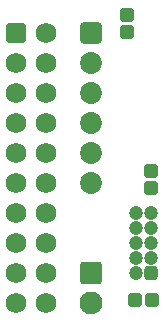
<source format=gbs>
G04 Layer_Color=16711935*
%FSLAX25Y25*%
%MOIN*%
G70*
G01*
G75*
%ADD11C,0.06800*%
%ADD22C,0.07600*%
G04:AMPARAMS|DCode=23|XSize=76mil|YSize=76mil|CornerRadius=14.2mil|HoleSize=0mil|Usage=FLASHONLY|Rotation=180.000|XOffset=0mil|YOffset=0mil|HoleType=Round|Shape=RoundedRectangle|*
%AMROUNDEDRECTD23*
21,1,0.07600,0.04760,0,0,180.0*
21,1,0.04760,0.07600,0,0,180.0*
1,1,0.02840,-0.02380,0.02380*
1,1,0.02840,0.02380,0.02380*
1,1,0.02840,0.02380,-0.02380*
1,1,0.02840,-0.02380,-0.02380*
%
%ADD23ROUNDEDRECTD23*%
G04:AMPARAMS|DCode=24|XSize=68mil|YSize=68mil|CornerRadius=13mil|HoleSize=0mil|Usage=FLASHONLY|Rotation=270.000|XOffset=0mil|YOffset=0mil|HoleType=Round|Shape=RoundedRectangle|*
%AMROUNDEDRECTD24*
21,1,0.06800,0.04200,0,0,270.0*
21,1,0.04200,0.06800,0,0,270.0*
1,1,0.02600,-0.02100,-0.02100*
1,1,0.02600,-0.02100,0.02100*
1,1,0.02600,0.02100,0.02100*
1,1,0.02600,0.02100,-0.02100*
%
%ADD24ROUNDEDRECTD24*%
G04:AMPARAMS|DCode=25|XSize=47.37mil|YSize=47.37mil|CornerRadius=13.84mil|HoleSize=0mil|Usage=FLASHONLY|Rotation=90.000|XOffset=0mil|YOffset=0mil|HoleType=Round|Shape=RoundedRectangle|*
%AMROUNDEDRECTD25*
21,1,0.04737,0.01968,0,0,90.0*
21,1,0.01968,0.04737,0,0,90.0*
1,1,0.02768,0.00984,0.00984*
1,1,0.02768,0.00984,-0.00984*
1,1,0.02768,-0.00984,-0.00984*
1,1,0.02768,-0.00984,0.00984*
%
%ADD25ROUNDEDRECTD25*%
%ADD26C,0.04737*%
%ADD27C,0.07300*%
G04:AMPARAMS|DCode=28|XSize=73mil|YSize=73mil|CornerRadius=13.75mil|HoleSize=0mil|Usage=FLASHONLY|Rotation=180.000|XOffset=0mil|YOffset=0mil|HoleType=Round|Shape=RoundedRectangle|*
%AMROUNDEDRECTD28*
21,1,0.07300,0.04550,0,0,180.0*
21,1,0.04550,0.07300,0,0,180.0*
1,1,0.02750,-0.02275,0.02275*
1,1,0.02750,0.02275,0.02275*
1,1,0.02750,0.02275,-0.02275*
1,1,0.02750,-0.02275,-0.02275*
%
%ADD28ROUNDEDRECTD28*%
G04:AMPARAMS|DCode=29|XSize=45.4mil|YSize=45.4mil|CornerRadius=9.61mil|HoleSize=0mil|Usage=FLASHONLY|Rotation=270.000|XOffset=0mil|YOffset=0mil|HoleType=Round|Shape=RoundedRectangle|*
%AMROUNDEDRECTD29*
21,1,0.04540,0.02618,0,0,270.0*
21,1,0.02618,0.04540,0,0,270.0*
1,1,0.01922,-0.01309,-0.01309*
1,1,0.01922,-0.01309,0.01309*
1,1,0.01922,0.01309,0.01309*
1,1,0.01922,0.01309,-0.01309*
%
%ADD29ROUNDEDRECTD29*%
G04:AMPARAMS|DCode=30|XSize=45.4mil|YSize=45.4mil|CornerRadius=9.61mil|HoleSize=0mil|Usage=FLASHONLY|Rotation=180.000|XOffset=0mil|YOffset=0mil|HoleType=Round|Shape=RoundedRectangle|*
%AMROUNDEDRECTD30*
21,1,0.04540,0.02618,0,0,180.0*
21,1,0.02618,0.04540,0,0,180.0*
1,1,0.01922,-0.01309,0.01309*
1,1,0.01922,0.01309,0.01309*
1,1,0.01922,0.01309,-0.01309*
1,1,0.01922,-0.01309,-0.01309*
%
%ADD30ROUNDEDRECTD30*%
D11*
X10000Y-90000D02*
D03*
Y-80000D02*
D03*
Y-70000D02*
D03*
Y-60000D02*
D03*
Y-50000D02*
D03*
Y-40000D02*
D03*
Y-30000D02*
D03*
Y-20000D02*
D03*
Y-10000D02*
D03*
Y0D02*
D03*
X0Y-90000D02*
D03*
Y-80000D02*
D03*
Y-70000D02*
D03*
Y-60000D02*
D03*
Y-50000D02*
D03*
Y-40000D02*
D03*
Y-30000D02*
D03*
Y-20000D02*
D03*
Y-10000D02*
D03*
D22*
X25000Y-90000D02*
D03*
D23*
Y-80000D02*
D03*
D24*
X0Y0D02*
D03*
D25*
X45000Y-80000D02*
D03*
D26*
X40000D02*
D03*
Y-75000D02*
D03*
X45000D02*
D03*
X40000Y-70000D02*
D03*
X45000D02*
D03*
X40000Y-65000D02*
D03*
X45000D02*
D03*
X40000Y-60000D02*
D03*
X45000D02*
D03*
D27*
X25000Y-50000D02*
D03*
Y-40000D02*
D03*
Y-10000D02*
D03*
Y-20000D02*
D03*
Y-30000D02*
D03*
D28*
Y0D02*
D03*
D29*
X45000Y-46146D02*
D03*
Y-51854D02*
D03*
X37000Y146D02*
D03*
Y5854D02*
D03*
D30*
X45354Y-89000D02*
D03*
X39646D02*
D03*
M02*

</source>
